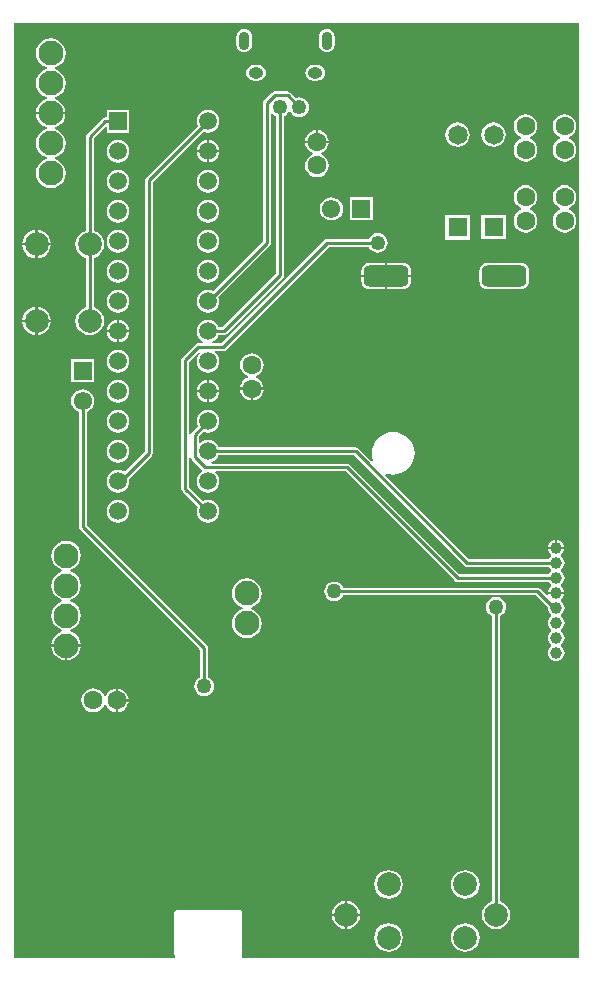
<source format=gbl>
G04*
G04 #@! TF.GenerationSoftware,Altium Limited,Altium Designer,20.2.3 (150)*
G04*
G04 Layer_Physical_Order=2*
G04 Layer_Color=16711680*
%FSLAX25Y25*%
%MOIN*%
G70*
G04*
G04 #@! TF.SameCoordinates,D19B94BB-EBBE-4459-9884-BF99FFBE0BA1*
G04*
G04*
G04 #@! TF.FilePolarity,Positive*
G04*
G01*
G75*
%ADD13C,0.00787*%
%ADD14C,0.01000*%
%ADD29R,0.06496X0.06496*%
%ADD30C,0.06496*%
%ADD31C,0.07874*%
%ADD33C,0.05906*%
%ADD34R,0.05906X0.05906*%
%ADD35C,0.06102*%
%ADD36R,0.06102X0.06102*%
%ADD39O,0.03543X0.06102*%
%ADD40O,0.04921X0.03740*%
%ADD45R,0.06102X0.06102*%
%ADD46C,0.04921*%
%ADD47C,0.05000*%
%ADD48C,0.08268*%
G04:AMPARAMS|DCode=49|XSize=149.61mil|YSize=70.87mil|CornerRadius=17.72mil|HoleSize=0mil|Usage=FLASHONLY|Rotation=180.000|XOffset=0mil|YOffset=0mil|HoleType=Round|Shape=RoundedRectangle|*
%AMROUNDEDRECTD49*
21,1,0.14961,0.03543,0,0,180.0*
21,1,0.11417,0.07087,0,0,180.0*
1,1,0.03543,-0.05709,0.01772*
1,1,0.03543,0.05709,0.01772*
1,1,0.03543,0.05709,-0.01772*
1,1,0.03543,-0.05709,-0.01772*
%
%ADD49ROUNDEDRECTD49*%
%ADD50C,0.03937*%
%ADD51C,0.06299*%
G36*
X532677Y100000D02*
X420463D01*
X420315Y100421D01*
X420300Y100500D01*
X420466Y100748D01*
X420527Y101055D01*
Y115055D01*
X420466Y115362D01*
X420292Y115623D01*
X420032Y115797D01*
X419724Y115858D01*
X398724D01*
X398417Y115797D01*
X398157Y115623D01*
X397983Y115362D01*
X397922Y115055D01*
Y101055D01*
X397983Y100748D01*
X398148Y100500D01*
X398134Y100421D01*
X397986Y100000D01*
X344488D01*
Y411417D01*
X532677D01*
Y100000D01*
D02*
G37*
%LPC*%
G36*
X448740Y409491D02*
X448072Y409403D01*
X447450Y409145D01*
X446915Y408735D01*
X446505Y408200D01*
X446247Y407578D01*
X446159Y406910D01*
Y404350D01*
X446247Y403682D01*
X446505Y403060D01*
X446915Y402525D01*
X447450Y402115D01*
X448072Y401857D01*
X448740Y401769D01*
X449408Y401857D01*
X450031Y402115D01*
X450565Y402525D01*
X450976Y403060D01*
X451233Y403682D01*
X451321Y404350D01*
Y406910D01*
X451233Y407578D01*
X450976Y408200D01*
X450565Y408735D01*
X450031Y409145D01*
X449408Y409403D01*
X448740Y409491D01*
D02*
G37*
G36*
X421181D02*
X420513Y409403D01*
X419890Y409145D01*
X419356Y408735D01*
X418946Y408200D01*
X418688Y407578D01*
X418600Y406910D01*
Y404350D01*
X418688Y403682D01*
X418946Y403060D01*
X419356Y402525D01*
X419890Y402115D01*
X420513Y401857D01*
X421181Y401769D01*
X421849Y401857D01*
X422472Y402115D01*
X423006Y402525D01*
X423416Y403060D01*
X423674Y403682D01*
X423762Y404350D01*
Y406910D01*
X423674Y407578D01*
X423416Y408200D01*
X423006Y408735D01*
X422472Y409145D01*
X421849Y409403D01*
X421181Y409491D01*
D02*
G37*
G36*
X445394Y397680D02*
X444213D01*
X443519Y397589D01*
X442872Y397321D01*
X442317Y396895D01*
X441891Y396340D01*
X441623Y395694D01*
X441532Y395000D01*
X441623Y394306D01*
X441891Y393660D01*
X442317Y393105D01*
X442872Y392679D01*
X443519Y392411D01*
X444213Y392320D01*
X445394D01*
X446087Y392411D01*
X446734Y392679D01*
X447289Y393105D01*
X447715Y393660D01*
X447983Y394306D01*
X448074Y395000D01*
X447983Y395694D01*
X447715Y396340D01*
X447289Y396895D01*
X446734Y397321D01*
X446087Y397589D01*
X445394Y397680D01*
D02*
G37*
G36*
X425709D02*
X424528D01*
X423834Y397589D01*
X423187Y397321D01*
X422632Y396895D01*
X422206Y396340D01*
X421939Y395694D01*
X421847Y395000D01*
X421939Y394306D01*
X422206Y393660D01*
X422632Y393105D01*
X423187Y392679D01*
X423834Y392411D01*
X424528Y392320D01*
X425709D01*
X426402Y392411D01*
X427049Y392679D01*
X427604Y393105D01*
X428030Y393660D01*
X428298Y394306D01*
X428389Y395000D01*
X428298Y395694D01*
X428030Y396340D01*
X427604Y396895D01*
X427049Y397321D01*
X426402Y397589D01*
X425709Y397680D01*
D02*
G37*
G36*
X356693Y406460D02*
X355408Y406291D01*
X354211Y405795D01*
X353183Y405006D01*
X352394Y403978D01*
X351898Y402781D01*
X351729Y401496D01*
X351898Y400211D01*
X352394Y399014D01*
X353183Y397986D01*
X354211Y397197D01*
X355285Y396753D01*
X355285Y396752D01*
Y396240D01*
X355285Y396239D01*
X354211Y395795D01*
X353183Y395006D01*
X352394Y393978D01*
X351898Y392781D01*
X351729Y391496D01*
X351898Y390211D01*
X352394Y389014D01*
X353183Y387986D01*
X354211Y387197D01*
X355285Y386753D01*
X355285Y386752D01*
Y386240D01*
X355285Y386239D01*
X354211Y385795D01*
X353183Y385006D01*
X352394Y383978D01*
X351898Y382781D01*
X351781Y381890D01*
X356693D01*
X361605D01*
X361488Y382781D01*
X360992Y383978D01*
X360203Y385006D01*
X359175Y385795D01*
X358101Y386239D01*
X358101Y386240D01*
Y386752D01*
X358101Y386753D01*
X359175Y387197D01*
X360203Y387986D01*
X360992Y389014D01*
X361488Y390211D01*
X361657Y391496D01*
X361488Y392781D01*
X360992Y393978D01*
X360203Y395006D01*
X359175Y395795D01*
X358101Y396239D01*
X358101Y396240D01*
Y396752D01*
X358101Y396753D01*
X359175Y397197D01*
X360203Y397986D01*
X360992Y399014D01*
X361488Y400211D01*
X361657Y401496D01*
X361488Y402781D01*
X360992Y403978D01*
X360203Y405006D01*
X359175Y405795D01*
X357978Y406291D01*
X356693Y406460D01*
D02*
G37*
G36*
X435630Y388714D02*
X431378D01*
X430876Y388614D01*
X430450Y388330D01*
X427891Y385771D01*
X427606Y385345D01*
X427506Y384842D01*
Y338811D01*
X410812Y322117D01*
X410071Y322423D01*
X409094Y322552D01*
X408118Y322423D01*
X407208Y322046D01*
X406427Y321447D01*
X405828Y320666D01*
X405451Y319756D01*
X405322Y318779D01*
X405451Y317803D01*
X405828Y316893D01*
X406427Y316112D01*
X407208Y315512D01*
X408118Y315136D01*
X409094Y315007D01*
X410071Y315136D01*
X410981Y315512D01*
X411762Y316112D01*
X412361Y316893D01*
X412738Y317803D01*
X412867Y318779D01*
X412738Y319756D01*
X412570Y320163D01*
X429747Y337340D01*
X430032Y337765D01*
X430131Y338268D01*
Y381138D01*
X430631Y381308D01*
X430754Y381148D01*
X431433Y380627D01*
X431758Y380493D01*
Y327985D01*
X413866Y310092D01*
X412599D01*
X412361Y310666D01*
X411762Y311447D01*
X410981Y312047D01*
X410071Y312423D01*
X409094Y312552D01*
X408118Y312423D01*
X407208Y312047D01*
X406427Y311447D01*
X405828Y310666D01*
X405451Y309756D01*
X405322Y308780D01*
X405451Y307803D01*
X405828Y306893D01*
X406427Y306112D01*
X407208Y305512D01*
X407586Y305356D01*
X407487Y304856D01*
X405905D01*
X405403Y304756D01*
X404977Y304471D01*
X400647Y300141D01*
X400362Y299715D01*
X400262Y299213D01*
Y256299D01*
X400362Y255797D01*
X400647Y255371D01*
X405688Y250329D01*
X405451Y249756D01*
X405322Y248780D01*
X405451Y247803D01*
X405828Y246893D01*
X406427Y246112D01*
X407208Y245513D01*
X408118Y245136D01*
X409094Y245007D01*
X410071Y245136D01*
X410981Y245513D01*
X411762Y246112D01*
X412361Y246893D01*
X412738Y247803D01*
X412867Y248780D01*
X412738Y249756D01*
X412361Y250666D01*
X411762Y251447D01*
X410981Y252046D01*
X410071Y252423D01*
X409094Y252552D01*
X408118Y252423D01*
X407545Y252186D01*
X402887Y256843D01*
Y266593D01*
X403387Y266642D01*
X403429Y266433D01*
X403714Y266007D01*
X407155Y262566D01*
X407180Y262319D01*
X407166Y262163D01*
X407101Y261964D01*
X406427Y261447D01*
X405828Y260666D01*
X405451Y259756D01*
X405322Y258780D01*
X405451Y257803D01*
X405828Y256893D01*
X406427Y256112D01*
X407208Y255512D01*
X408118Y255136D01*
X409094Y255007D01*
X410071Y255136D01*
X410981Y255512D01*
X411762Y256112D01*
X412361Y256893D01*
X412738Y257803D01*
X412867Y258780D01*
X412738Y259756D01*
X412361Y260666D01*
X411762Y261447D01*
X411598Y261573D01*
X411767Y262073D01*
X454968D01*
X491395Y225647D01*
X491820Y225362D01*
X492323Y225262D01*
X522758D01*
X522790Y225185D01*
X523231Y224609D01*
X523524Y224384D01*
Y223765D01*
X523231Y223540D01*
X522790Y222965D01*
X522512Y222294D01*
X522469Y221969D01*
X525197D01*
X527925D01*
X527882Y222294D01*
X527604Y222965D01*
X527162Y223540D01*
X526869Y223765D01*
Y224384D01*
X527162Y224609D01*
X527604Y225185D01*
X527882Y225855D01*
X527977Y226575D01*
X527882Y227294D01*
X527604Y227965D01*
X527162Y228540D01*
X526869Y228765D01*
Y229384D01*
X527162Y229609D01*
X527604Y230185D01*
X527882Y230855D01*
X527977Y231575D01*
X527882Y232294D01*
X527604Y232965D01*
X527162Y233540D01*
X526869Y233765D01*
Y234384D01*
X527162Y234609D01*
X527604Y235185D01*
X527882Y235855D01*
X527925Y236181D01*
X525197D01*
X522469D01*
X522512Y235855D01*
X522790Y235185D01*
X523231Y234609D01*
X523524Y234384D01*
Y233765D01*
X523231Y233540D01*
X522790Y232965D01*
X522758Y232887D01*
X496134D01*
X468120Y260902D01*
X468134Y261011D01*
X468682Y261367D01*
X469477Y261126D01*
X470866Y260989D01*
X472255Y261126D01*
X473591Y261531D01*
X474822Y262189D01*
X475901Y263075D01*
X476787Y264154D01*
X477445Y265385D01*
X477850Y266721D01*
X477987Y268110D01*
X477850Y269499D01*
X477445Y270835D01*
X476787Y272066D01*
X475901Y273146D01*
X474822Y274031D01*
X473591Y274689D01*
X472255Y275094D01*
X470866Y275231D01*
X469477Y275094D01*
X468141Y274689D01*
X466910Y274031D01*
X465831Y273146D01*
X464945Y272066D01*
X464287Y270835D01*
X463882Y269499D01*
X463745Y268110D01*
X463882Y266721D01*
X464123Y265926D01*
X463767Y265378D01*
X463658Y265364D01*
X459314Y269708D01*
X458888Y269992D01*
X458386Y270092D01*
X412599D01*
X412361Y270666D01*
X411762Y271447D01*
X410981Y272046D01*
X410071Y272423D01*
X409094Y272552D01*
X408118Y272423D01*
X407208Y272046D01*
X406454Y271468D01*
X406277Y271498D01*
X405954Y271607D01*
Y273783D01*
X407545Y275373D01*
X408118Y275136D01*
X409094Y275007D01*
X410071Y275136D01*
X410981Y275513D01*
X411762Y276112D01*
X412361Y276893D01*
X412738Y277803D01*
X412867Y278780D01*
X412738Y279756D01*
X412361Y280666D01*
X411762Y281447D01*
X410981Y282047D01*
X410071Y282423D01*
X409094Y282552D01*
X408118Y282423D01*
X407208Y282047D01*
X406427Y281447D01*
X405828Y280666D01*
X405451Y279756D01*
X405322Y278780D01*
X405451Y277803D01*
X405688Y277230D01*
X403714Y275255D01*
X403429Y274829D01*
X403387Y274620D01*
X402887Y274669D01*
Y298669D01*
X406188Y301969D01*
X406263Y301952D01*
X406377Y301601D01*
X406396Y301407D01*
X405828Y300666D01*
X405451Y299756D01*
X405322Y298780D01*
X405451Y297803D01*
X405828Y296893D01*
X406427Y296112D01*
X407208Y295513D01*
X408118Y295136D01*
X409094Y295007D01*
X410071Y295136D01*
X410981Y295513D01*
X411762Y296112D01*
X412361Y296893D01*
X412738Y297803D01*
X412867Y298780D01*
X412738Y299756D01*
X412361Y300666D01*
X411762Y301447D01*
X411392Y301731D01*
X411562Y302231D01*
X414173D01*
X414676Y302331D01*
X415101Y302615D01*
X449402Y336916D01*
X462776D01*
X462911Y336590D01*
X463432Y335912D01*
X464110Y335391D01*
X464900Y335064D01*
X465748Y334952D01*
X466596Y335064D01*
X467386Y335391D01*
X468064Y335912D01*
X468585Y336590D01*
X468913Y337380D01*
X469024Y338228D01*
X468913Y339076D01*
X468585Y339866D01*
X468064Y340545D01*
X467386Y341066D01*
X466596Y341393D01*
X465748Y341504D01*
X464900Y341393D01*
X464110Y341066D01*
X463432Y340545D01*
X462911Y339866D01*
X462776Y339541D01*
X448858D01*
X448356Y339441D01*
X447930Y339157D01*
X413629Y304856D01*
X410702D01*
X410603Y305356D01*
X410981Y305512D01*
X411762Y306112D01*
X412361Y306893D01*
X412599Y307467D01*
X414409D01*
X414912Y307567D01*
X415338Y307851D01*
X433999Y326513D01*
X434284Y326939D01*
X434383Y327441D01*
Y380493D01*
X434709Y380627D01*
X435387Y381148D01*
X435908Y381826D01*
X436048Y382165D01*
X436589D01*
X436730Y381826D01*
X437250Y381148D01*
X437929Y380627D01*
X438719Y380300D01*
X439567Y380188D01*
X440415Y380300D01*
X441205Y380627D01*
X441883Y381148D01*
X442404Y381826D01*
X442731Y382617D01*
X442843Y383465D01*
X442731Y384313D01*
X442404Y385103D01*
X441883Y385781D01*
X441205Y386302D01*
X440415Y386629D01*
X439567Y386741D01*
X438719Y386629D01*
X438394Y386494D01*
X436558Y388330D01*
X436132Y388614D01*
X435630Y388714D01*
D02*
G37*
G36*
X382835Y382520D02*
X375354D01*
Y380053D01*
X374803D01*
X374301Y379953D01*
X373875Y379668D01*
X368757Y374550D01*
X368472Y374124D01*
X368372Y373622D01*
Y342365D01*
X367302Y341922D01*
X366316Y341165D01*
X365558Y340178D01*
X365082Y339029D01*
X364920Y337795D01*
X365082Y336562D01*
X365558Y335413D01*
X366316Y334426D01*
X367302Y333668D01*
X368372Y333225D01*
Y316775D01*
X367302Y316332D01*
X366316Y315574D01*
X365558Y314587D01*
X365082Y313438D01*
X364920Y312205D01*
X365082Y310971D01*
X365558Y309822D01*
X366316Y308835D01*
X367302Y308078D01*
X368452Y307602D01*
X369685Y307439D01*
X370918Y307602D01*
X372068Y308078D01*
X373055Y308835D01*
X373812Y309822D01*
X374288Y310971D01*
X374450Y312205D01*
X374288Y313438D01*
X373812Y314587D01*
X373055Y315574D01*
X372068Y316332D01*
X370998Y316775D01*
Y333225D01*
X372068Y333668D01*
X373055Y334426D01*
X373812Y335413D01*
X374288Y336562D01*
X374450Y337795D01*
X374288Y339029D01*
X373812Y340178D01*
X373055Y341165D01*
X372068Y341922D01*
X370998Y342365D01*
Y373078D01*
X374854Y376935D01*
X375354Y376728D01*
Y375039D01*
X382835D01*
Y382520D01*
D02*
G37*
G36*
X409094Y382552D02*
X408118Y382423D01*
X407208Y382047D01*
X406427Y381447D01*
X405828Y380666D01*
X405451Y379756D01*
X405322Y378780D01*
X405451Y377803D01*
X405688Y377230D01*
X388442Y359983D01*
X388157Y359557D01*
X388057Y359055D01*
Y268654D01*
X381246Y261843D01*
X380981Y262047D01*
X380071Y262423D01*
X379095Y262552D01*
X378118Y262423D01*
X377208Y262047D01*
X376427Y261447D01*
X375828Y260666D01*
X375451Y259756D01*
X375322Y258780D01*
X375451Y257803D01*
X375828Y256893D01*
X376427Y256112D01*
X377208Y255512D01*
X378118Y255136D01*
X379095Y255007D01*
X380071Y255136D01*
X380981Y255512D01*
X381762Y256112D01*
X382362Y256893D01*
X382738Y257803D01*
X382867Y258780D01*
X382754Y259638D01*
X390298Y267182D01*
X390583Y267608D01*
X390683Y268110D01*
Y358511D01*
X407545Y375373D01*
X408118Y375136D01*
X409094Y375007D01*
X410071Y375136D01*
X410981Y375513D01*
X411762Y376112D01*
X412361Y376893D01*
X412738Y377803D01*
X412867Y378780D01*
X412738Y379756D01*
X412361Y380666D01*
X411762Y381447D01*
X410981Y382047D01*
X410071Y382423D01*
X409094Y382552D01*
D02*
G37*
G36*
X445827Y375848D02*
Y372323D01*
X449352D01*
X449269Y372957D01*
X448872Y373915D01*
X448241Y374737D01*
X447418Y375368D01*
X446461Y375765D01*
X445827Y375848D01*
D02*
G37*
G36*
X445039D02*
X444405Y375765D01*
X443448Y375368D01*
X442625Y374737D01*
X441994Y373915D01*
X441597Y372957D01*
X441514Y372323D01*
X445039D01*
Y375848D01*
D02*
G37*
G36*
X504291Y378421D02*
X503238Y378282D01*
X502256Y377875D01*
X501413Y377228D01*
X500766Y376385D01*
X500360Y375404D01*
X500221Y374350D01*
X500360Y373297D01*
X500766Y372315D01*
X501413Y371472D01*
X502256Y370826D01*
X503238Y370419D01*
X504291Y370280D01*
X505345Y370419D01*
X506326Y370826D01*
X507169Y371472D01*
X507816Y372315D01*
X508223Y373297D01*
X508362Y374350D01*
X508223Y375404D01*
X507816Y376385D01*
X507169Y377228D01*
X506326Y377875D01*
X505345Y378282D01*
X504291Y378421D01*
D02*
G37*
G36*
X492283Y378381D02*
X491230Y378243D01*
X490248Y377836D01*
X489405Y377189D01*
X488759Y376346D01*
X488352Y375364D01*
X488213Y374311D01*
X488352Y373258D01*
X488759Y372276D01*
X489405Y371433D01*
X490248Y370786D01*
X491230Y370379D01*
X492283Y370241D01*
X493337Y370379D01*
X494319Y370786D01*
X495162Y371433D01*
X495808Y372276D01*
X496215Y373258D01*
X496354Y374311D01*
X496215Y375364D01*
X495808Y376346D01*
X495162Y377189D01*
X494319Y377836D01*
X493337Y378243D01*
X492283Y378381D01*
D02*
G37*
G36*
X409488Y372500D02*
Y369173D01*
X412815D01*
X412738Y369756D01*
X412361Y370666D01*
X411762Y371447D01*
X410981Y372046D01*
X410071Y372423D01*
X409488Y372500D01*
D02*
G37*
G36*
X408701D02*
X408118Y372423D01*
X407208Y372046D01*
X406427Y371447D01*
X405828Y370666D01*
X405451Y369756D01*
X405374Y369173D01*
X408701D01*
Y372500D01*
D02*
G37*
G36*
X527953Y381136D02*
X526925Y381001D01*
X525967Y380604D01*
X525145Y379973D01*
X524514Y379151D01*
X524117Y378193D01*
X523982Y377165D01*
X524117Y376138D01*
X524514Y375180D01*
X525145Y374358D01*
X525967Y373726D01*
X526516Y373499D01*
Y372958D01*
X525967Y372730D01*
X525145Y372099D01*
X524514Y371277D01*
X524117Y370319D01*
X523982Y369291D01*
X524117Y368264D01*
X524514Y367306D01*
X525145Y366483D01*
X525967Y365852D01*
X526925Y365456D01*
X527953Y365320D01*
X528980Y365456D01*
X529938Y365852D01*
X530761Y366483D01*
X531392Y367306D01*
X531788Y368264D01*
X531924Y369291D01*
X531788Y370319D01*
X531392Y371277D01*
X530761Y372099D01*
X529938Y372730D01*
X529389Y372958D01*
Y373499D01*
X529938Y373726D01*
X530761Y374358D01*
X531392Y375180D01*
X531788Y376138D01*
X531924Y377165D01*
X531788Y378193D01*
X531392Y379151D01*
X530761Y379973D01*
X529938Y380604D01*
X528980Y381001D01*
X527953Y381136D01*
D02*
G37*
G36*
X514961D02*
X513933Y381001D01*
X512975Y380604D01*
X512153Y379973D01*
X511522Y379151D01*
X511125Y378193D01*
X510990Y377165D01*
X511125Y376138D01*
X511522Y375180D01*
X512153Y374358D01*
X512975Y373726D01*
X513524Y373499D01*
Y372958D01*
X512975Y372730D01*
X512153Y372099D01*
X511522Y371277D01*
X511125Y370319D01*
X510990Y369291D01*
X511125Y368264D01*
X511522Y367306D01*
X512153Y366483D01*
X512975Y365852D01*
X513933Y365456D01*
X514961Y365320D01*
X515988Y365456D01*
X516946Y365852D01*
X517768Y366483D01*
X518400Y367306D01*
X518796Y368264D01*
X518932Y369291D01*
X518796Y370319D01*
X518400Y371277D01*
X517768Y372099D01*
X516946Y372730D01*
X516397Y372958D01*
Y373499D01*
X516946Y373726D01*
X517768Y374358D01*
X518400Y375180D01*
X518796Y376138D01*
X518932Y377165D01*
X518796Y378193D01*
X518400Y379151D01*
X517768Y379973D01*
X516946Y380604D01*
X515988Y381001D01*
X514961Y381136D01*
D02*
G37*
G36*
X412815Y368386D02*
X409488D01*
Y365059D01*
X410071Y365136D01*
X410981Y365512D01*
X411762Y366112D01*
X412361Y366893D01*
X412738Y367803D01*
X412815Y368386D01*
D02*
G37*
G36*
X408701D02*
X405374D01*
X405451Y367803D01*
X405828Y366893D01*
X406427Y366112D01*
X407208Y365512D01*
X408118Y365136D01*
X408701Y365059D01*
Y368386D01*
D02*
G37*
G36*
X379095Y372552D02*
X378118Y372423D01*
X377208Y372046D01*
X376427Y371447D01*
X375828Y370666D01*
X375451Y369756D01*
X375322Y368779D01*
X375451Y367803D01*
X375828Y366893D01*
X376427Y366112D01*
X377208Y365512D01*
X378118Y365136D01*
X379095Y365007D01*
X380071Y365136D01*
X380981Y365512D01*
X381762Y366112D01*
X382362Y366893D01*
X382738Y367803D01*
X382867Y368779D01*
X382738Y369756D01*
X382362Y370666D01*
X381762Y371447D01*
X380981Y372046D01*
X380071Y372423D01*
X379095Y372552D01*
D02*
G37*
G36*
X449352Y371535D02*
X445433D01*
X441514D01*
X441597Y370901D01*
X441994Y369944D01*
X442625Y369121D01*
X443448Y368490D01*
X443997Y368263D01*
Y367722D01*
X443448Y367494D01*
X442625Y366863D01*
X441994Y366041D01*
X441597Y365083D01*
X441462Y364055D01*
X441597Y363027D01*
X441994Y362070D01*
X442625Y361247D01*
X443448Y360616D01*
X444405Y360220D01*
X445433Y360084D01*
X446461Y360220D01*
X447418Y360616D01*
X448241Y361247D01*
X448872Y362070D01*
X449269Y363027D01*
X449404Y364055D01*
X449269Y365083D01*
X448872Y366041D01*
X448241Y366863D01*
X447418Y367494D01*
X446869Y367722D01*
Y368263D01*
X447418Y368490D01*
X448241Y369121D01*
X448872Y369944D01*
X449269Y370901D01*
X449352Y371535D01*
D02*
G37*
G36*
X361605Y381102D02*
X356693D01*
X351781D01*
X351898Y380211D01*
X352394Y379014D01*
X353183Y377986D01*
X354211Y377197D01*
X355285Y376753D01*
X355285Y376752D01*
Y376240D01*
X355285Y376239D01*
X354211Y375795D01*
X353183Y375006D01*
X352394Y373978D01*
X351898Y372781D01*
X351729Y371496D01*
X351898Y370211D01*
X352394Y369014D01*
X353183Y367986D01*
X354211Y367197D01*
X355285Y366753D01*
X355285Y366752D01*
Y366240D01*
X355285Y366239D01*
X354211Y365795D01*
X353183Y365006D01*
X352394Y363978D01*
X351898Y362781D01*
X351729Y361496D01*
X351898Y360211D01*
X352394Y359014D01*
X353183Y357986D01*
X354211Y357197D01*
X355408Y356701D01*
X356693Y356532D01*
X357978Y356701D01*
X359175Y357197D01*
X360203Y357986D01*
X360992Y359014D01*
X361488Y360211D01*
X361657Y361496D01*
X361488Y362781D01*
X360992Y363978D01*
X360203Y365006D01*
X359175Y365795D01*
X358101Y366239D01*
X358101Y366240D01*
Y366752D01*
X358101Y366753D01*
X359175Y367197D01*
X360203Y367986D01*
X360992Y369014D01*
X361488Y370211D01*
X361657Y371496D01*
X361488Y372781D01*
X360992Y373978D01*
X360203Y375006D01*
X359175Y375795D01*
X358101Y376239D01*
X358101Y376240D01*
Y376752D01*
X358101Y376753D01*
X359175Y377197D01*
X360203Y377986D01*
X360992Y379014D01*
X361488Y380211D01*
X361605Y381102D01*
D02*
G37*
G36*
X409094Y362552D02*
X408118Y362423D01*
X407208Y362047D01*
X406427Y361447D01*
X405828Y360666D01*
X405451Y359756D01*
X405322Y358780D01*
X405451Y357803D01*
X405828Y356893D01*
X406427Y356112D01*
X407208Y355512D01*
X408118Y355136D01*
X409094Y355007D01*
X410071Y355136D01*
X410981Y355512D01*
X411762Y356112D01*
X412361Y356893D01*
X412738Y357803D01*
X412867Y358780D01*
X412738Y359756D01*
X412361Y360666D01*
X411762Y361447D01*
X410981Y362047D01*
X410071Y362423D01*
X409094Y362552D01*
D02*
G37*
G36*
X379095D02*
X378118Y362423D01*
X377208Y362047D01*
X376427Y361447D01*
X375828Y360666D01*
X375451Y359756D01*
X375322Y358780D01*
X375451Y357803D01*
X375828Y356893D01*
X376427Y356112D01*
X377208Y355512D01*
X378118Y355136D01*
X379095Y355007D01*
X380071Y355136D01*
X380981Y355512D01*
X381762Y356112D01*
X382362Y356893D01*
X382738Y357803D01*
X382867Y358780D01*
X382738Y359756D01*
X382362Y360666D01*
X381762Y361447D01*
X380981Y362047D01*
X380071Y362423D01*
X379095Y362552D01*
D02*
G37*
G36*
X464114Y353445D02*
X456437D01*
Y345768D01*
X464114D01*
Y353445D01*
D02*
G37*
G36*
X450276Y353478D02*
X449273Y353346D01*
X448340Y352959D01*
X447538Y352344D01*
X446923Y351542D01*
X446536Y350608D01*
X446404Y349606D01*
X446536Y348604D01*
X446923Y347670D01*
X447538Y346869D01*
X448340Y346253D01*
X449273Y345866D01*
X450276Y345735D01*
X451278Y345866D01*
X452211Y346253D01*
X453013Y346869D01*
X453629Y347670D01*
X454015Y348604D01*
X454147Y349606D01*
X454015Y350608D01*
X453629Y351542D01*
X453013Y352344D01*
X452211Y352959D01*
X451278Y353346D01*
X450276Y353478D01*
D02*
G37*
G36*
X409094Y352552D02*
X408118Y352423D01*
X407208Y352046D01*
X406427Y351447D01*
X405828Y350666D01*
X405451Y349756D01*
X405322Y348780D01*
X405451Y347803D01*
X405828Y346893D01*
X406427Y346112D01*
X407208Y345513D01*
X408118Y345136D01*
X409094Y345007D01*
X410071Y345136D01*
X410981Y345513D01*
X411762Y346112D01*
X412361Y346893D01*
X412738Y347803D01*
X412867Y348780D01*
X412738Y349756D01*
X412361Y350666D01*
X411762Y351447D01*
X410981Y352046D01*
X410071Y352423D01*
X409094Y352552D01*
D02*
G37*
G36*
X379095D02*
X378118Y352423D01*
X377208Y352046D01*
X376427Y351447D01*
X375828Y350666D01*
X375451Y349756D01*
X375322Y348780D01*
X375451Y347803D01*
X375828Y346893D01*
X376427Y346112D01*
X377208Y345513D01*
X378118Y345136D01*
X379095Y345007D01*
X380071Y345136D01*
X380981Y345513D01*
X381762Y346112D01*
X382362Y346893D01*
X382738Y347803D01*
X382867Y348780D01*
X382738Y349756D01*
X382362Y350666D01*
X381762Y351447D01*
X380981Y352046D01*
X380071Y352423D01*
X379095Y352552D01*
D02*
G37*
G36*
X527953Y357514D02*
X526925Y357379D01*
X525967Y356982D01*
X525145Y356351D01*
X524514Y355529D01*
X524117Y354571D01*
X523982Y353543D01*
X524117Y352516D01*
X524514Y351558D01*
X525145Y350735D01*
X525967Y350104D01*
X526516Y349877D01*
Y349336D01*
X525967Y349108D01*
X525145Y348477D01*
X524514Y347655D01*
X524117Y346697D01*
X523982Y345669D01*
X524117Y344641D01*
X524514Y343684D01*
X525145Y342861D01*
X525967Y342230D01*
X526925Y341834D01*
X527953Y341698D01*
X528980Y341834D01*
X529938Y342230D01*
X530761Y342861D01*
X531392Y343684D01*
X531788Y344641D01*
X531924Y345669D01*
X531788Y346697D01*
X531392Y347655D01*
X530761Y348477D01*
X529938Y349108D01*
X529389Y349336D01*
Y349877D01*
X529938Y350104D01*
X530761Y350735D01*
X531392Y351558D01*
X531788Y352516D01*
X531924Y353543D01*
X531788Y354571D01*
X531392Y355529D01*
X530761Y356351D01*
X529938Y356982D01*
X528980Y357379D01*
X527953Y357514D01*
D02*
G37*
G36*
X514961D02*
X513933Y357379D01*
X512975Y356982D01*
X512153Y356351D01*
X511522Y355529D01*
X511125Y354571D01*
X510990Y353543D01*
X511125Y352516D01*
X511522Y351558D01*
X512153Y350735D01*
X512975Y350104D01*
X513524Y349877D01*
Y349336D01*
X512975Y349108D01*
X512153Y348477D01*
X511522Y347655D01*
X511125Y346697D01*
X510990Y345669D01*
X511125Y344641D01*
X511522Y343684D01*
X512153Y342861D01*
X512975Y342230D01*
X513933Y341834D01*
X514961Y341698D01*
X515988Y341834D01*
X516946Y342230D01*
X517768Y342861D01*
X518400Y343684D01*
X518796Y344641D01*
X518932Y345669D01*
X518796Y346697D01*
X518400Y347655D01*
X517768Y348477D01*
X516946Y349108D01*
X516397Y349336D01*
Y349877D01*
X516946Y350104D01*
X517768Y350735D01*
X518400Y351558D01*
X518796Y352516D01*
X518932Y353543D01*
X518796Y354571D01*
X518400Y355529D01*
X517768Y356351D01*
X516946Y356982D01*
X515988Y357379D01*
X514961Y357514D01*
D02*
G37*
G36*
X508327Y347480D02*
X500256D01*
Y339409D01*
X508327D01*
Y347480D01*
D02*
G37*
G36*
X496319Y347441D02*
X488248D01*
Y339370D01*
X496319D01*
Y347441D01*
D02*
G37*
G36*
X352362Y342509D02*
Y338189D01*
X356682D01*
X356571Y339029D01*
X356095Y340178D01*
X355338Y341165D01*
X354351Y341922D01*
X353202Y342398D01*
X352362Y342509D01*
D02*
G37*
G36*
X351575D02*
X350735Y342398D01*
X349586Y341922D01*
X348599Y341165D01*
X347842Y340178D01*
X347366Y339029D01*
X347255Y338189D01*
X351575D01*
Y342509D01*
D02*
G37*
G36*
X409094Y342552D02*
X408118Y342423D01*
X407208Y342046D01*
X406427Y341447D01*
X405828Y340666D01*
X405451Y339756D01*
X405322Y338779D01*
X405451Y337803D01*
X405828Y336893D01*
X406427Y336112D01*
X407208Y335512D01*
X408118Y335136D01*
X409094Y335007D01*
X410071Y335136D01*
X410981Y335512D01*
X411762Y336112D01*
X412361Y336893D01*
X412738Y337803D01*
X412867Y338779D01*
X412738Y339756D01*
X412361Y340666D01*
X411762Y341447D01*
X410981Y342046D01*
X410071Y342423D01*
X409094Y342552D01*
D02*
G37*
G36*
X379095D02*
X378118Y342423D01*
X377208Y342046D01*
X376427Y341447D01*
X375828Y340666D01*
X375451Y339756D01*
X375322Y338779D01*
X375451Y337803D01*
X375828Y336893D01*
X376427Y336112D01*
X377208Y335512D01*
X378118Y335136D01*
X379095Y335007D01*
X380071Y335136D01*
X380981Y335512D01*
X381762Y336112D01*
X382362Y336893D01*
X382738Y337803D01*
X382867Y338779D01*
X382738Y339756D01*
X382362Y340666D01*
X381762Y341447D01*
X380981Y342046D01*
X380071Y342423D01*
X379095Y342552D01*
D02*
G37*
G36*
X351575Y337402D02*
X347255D01*
X347366Y336562D01*
X347842Y335413D01*
X348599Y334426D01*
X349586Y333668D01*
X350735Y333192D01*
X351575Y333082D01*
Y337402D01*
D02*
G37*
G36*
X356682D02*
X352362D01*
Y333082D01*
X353202Y333192D01*
X354351Y333668D01*
X355338Y334426D01*
X356095Y335413D01*
X356571Y336562D01*
X356682Y337402D01*
D02*
G37*
G36*
X474213Y331518D02*
X468898D01*
Y327559D01*
X476794D01*
Y328937D01*
X476706Y329605D01*
X476448Y330228D01*
X476038Y330762D01*
X475503Y331172D01*
X474881Y331430D01*
X474213Y331518D01*
D02*
G37*
G36*
X468110D02*
X462795D01*
X462127Y331430D01*
X461505Y331172D01*
X460970Y330762D01*
X460560Y330228D01*
X460302Y329605D01*
X460214Y328937D01*
Y327559D01*
X468110D01*
Y331518D01*
D02*
G37*
G36*
X409094Y332552D02*
X408118Y332423D01*
X407208Y332047D01*
X406427Y331447D01*
X405828Y330666D01*
X405451Y329756D01*
X405322Y328780D01*
X405451Y327803D01*
X405828Y326893D01*
X406427Y326112D01*
X407208Y325513D01*
X408118Y325136D01*
X409094Y325007D01*
X410071Y325136D01*
X410981Y325513D01*
X411762Y326112D01*
X412361Y326893D01*
X412738Y327803D01*
X412867Y328780D01*
X412738Y329756D01*
X412361Y330666D01*
X411762Y331447D01*
X410981Y332047D01*
X410071Y332423D01*
X409094Y332552D01*
D02*
G37*
G36*
X379095D02*
X378118Y332423D01*
X377208Y332047D01*
X376427Y331447D01*
X375828Y330666D01*
X375451Y329756D01*
X375322Y328780D01*
X375451Y327803D01*
X375828Y326893D01*
X376427Y326112D01*
X377208Y325513D01*
X378118Y325136D01*
X379095Y325007D01*
X380071Y325136D01*
X380981Y325513D01*
X381762Y326112D01*
X382362Y326893D01*
X382738Y327803D01*
X382867Y328780D01*
X382738Y329756D01*
X382362Y330666D01*
X381762Y331447D01*
X380981Y332047D01*
X380071Y332423D01*
X379095Y332552D01*
D02*
G37*
G36*
X513583Y331518D02*
X502165D01*
X501497Y331430D01*
X500875Y331172D01*
X500340Y330762D01*
X499930Y330228D01*
X499672Y329605D01*
X499584Y328937D01*
Y325394D01*
X499672Y324726D01*
X499930Y324103D01*
X500340Y323569D01*
X500875Y323158D01*
X501497Y322901D01*
X502165Y322813D01*
X513583D01*
X514251Y322901D01*
X514873Y323158D01*
X515408Y323569D01*
X515818Y324103D01*
X516076Y324726D01*
X516164Y325394D01*
Y328937D01*
X516076Y329605D01*
X515818Y330228D01*
X515408Y330762D01*
X514873Y331172D01*
X514251Y331430D01*
X513583Y331518D01*
D02*
G37*
G36*
X476794Y326772D02*
X468898D01*
Y322813D01*
X474213D01*
X474881Y322901D01*
X475503Y323158D01*
X476038Y323569D01*
X476448Y324103D01*
X476706Y324726D01*
X476794Y325394D01*
Y326772D01*
D02*
G37*
G36*
X468110D02*
X460214D01*
Y325394D01*
X460302Y324726D01*
X460560Y324103D01*
X460970Y323569D01*
X461505Y323158D01*
X462127Y322901D01*
X462795Y322813D01*
X468110D01*
Y326772D01*
D02*
G37*
G36*
X379095Y322552D02*
X378118Y322423D01*
X377208Y322046D01*
X376427Y321447D01*
X375828Y320666D01*
X375451Y319756D01*
X375322Y318779D01*
X375451Y317803D01*
X375828Y316893D01*
X376427Y316112D01*
X377208Y315512D01*
X378118Y315136D01*
X379095Y315007D01*
X380071Y315136D01*
X380981Y315512D01*
X381762Y316112D01*
X382362Y316893D01*
X382738Y317803D01*
X382867Y318779D01*
X382738Y319756D01*
X382362Y320666D01*
X381762Y321447D01*
X380981Y322046D01*
X380071Y322423D01*
X379095Y322552D01*
D02*
G37*
G36*
X352362Y316918D02*
Y312598D01*
X356682D01*
X356571Y313438D01*
X356095Y314587D01*
X355338Y315574D01*
X354351Y316332D01*
X353202Y316808D01*
X352362Y316918D01*
D02*
G37*
G36*
X351575D02*
X350735Y316808D01*
X349586Y316332D01*
X348599Y315574D01*
X347842Y314587D01*
X347366Y313438D01*
X347255Y312598D01*
X351575D01*
Y316918D01*
D02*
G37*
G36*
X379488Y312500D02*
Y309173D01*
X382815D01*
X382738Y309756D01*
X382362Y310666D01*
X381762Y311447D01*
X380981Y312047D01*
X380071Y312423D01*
X379488Y312500D01*
D02*
G37*
G36*
X378701D02*
X378118Y312423D01*
X377208Y312047D01*
X376427Y311447D01*
X375828Y310666D01*
X375451Y309756D01*
X375374Y309173D01*
X378701D01*
Y312500D01*
D02*
G37*
G36*
X351575Y311811D02*
X347255D01*
X347366Y310971D01*
X347842Y309822D01*
X348599Y308835D01*
X349586Y308078D01*
X350735Y307602D01*
X351575Y307491D01*
Y311811D01*
D02*
G37*
G36*
X356682D02*
X352362D01*
Y307491D01*
X353202Y307602D01*
X354351Y308078D01*
X355338Y308835D01*
X356095Y309822D01*
X356571Y310971D01*
X356682Y311811D01*
D02*
G37*
G36*
X382815Y308386D02*
X379488D01*
Y305059D01*
X380071Y305136D01*
X380981Y305512D01*
X381762Y306112D01*
X382362Y306893D01*
X382738Y307803D01*
X382815Y308386D01*
D02*
G37*
G36*
X378701D02*
X375374D01*
X375451Y307803D01*
X375828Y306893D01*
X376427Y306112D01*
X377208Y305512D01*
X378118Y305136D01*
X378701Y305059D01*
Y308386D01*
D02*
G37*
G36*
X379095Y302552D02*
X378118Y302423D01*
X377208Y302046D01*
X376427Y301447D01*
X375828Y300666D01*
X375451Y299756D01*
X375322Y298780D01*
X375451Y297803D01*
X375828Y296893D01*
X376427Y296112D01*
X377208Y295513D01*
X378118Y295136D01*
X379095Y295007D01*
X380071Y295136D01*
X380981Y295513D01*
X381762Y296112D01*
X382362Y296893D01*
X382738Y297803D01*
X382867Y298780D01*
X382738Y299756D01*
X382362Y300666D01*
X381762Y301447D01*
X380981Y302046D01*
X380071Y302423D01*
X379095Y302552D01*
D02*
G37*
G36*
X371161Y299390D02*
X363484D01*
Y291713D01*
X371161D01*
Y299390D01*
D02*
G37*
G36*
X423730Y301501D02*
X422703Y301365D01*
X421745Y300969D01*
X420922Y300337D01*
X420291Y299515D01*
X419895Y298557D01*
X419759Y297530D01*
X419895Y296502D01*
X420291Y295544D01*
X420922Y294722D01*
X421745Y294091D01*
X422294Y293863D01*
Y293322D01*
X421745Y293094D01*
X420922Y292463D01*
X420291Y291641D01*
X419895Y290683D01*
X419811Y290049D01*
X423730D01*
X427649D01*
X427566Y290683D01*
X427169Y291641D01*
X426538Y292463D01*
X425716Y293094D01*
X425167Y293322D01*
Y293863D01*
X425716Y294091D01*
X426538Y294722D01*
X427169Y295544D01*
X427566Y296502D01*
X427701Y297530D01*
X427566Y298557D01*
X427169Y299515D01*
X426538Y300337D01*
X425716Y300969D01*
X424758Y301365D01*
X423730Y301501D01*
D02*
G37*
G36*
X409488Y292500D02*
Y289173D01*
X412815D01*
X412738Y289756D01*
X412361Y290666D01*
X411762Y291447D01*
X410981Y292046D01*
X410071Y292423D01*
X409488Y292500D01*
D02*
G37*
G36*
X408701D02*
X408118Y292423D01*
X407208Y292046D01*
X406427Y291447D01*
X405828Y290666D01*
X405451Y289756D01*
X405374Y289173D01*
X408701D01*
Y292500D01*
D02*
G37*
G36*
X423337Y289262D02*
X419811D01*
X419895Y288628D01*
X420291Y287670D01*
X420922Y286848D01*
X421745Y286217D01*
X422703Y285820D01*
X423337Y285736D01*
Y289262D01*
D02*
G37*
G36*
X427649D02*
X424124D01*
Y285736D01*
X424758Y285820D01*
X425716Y286217D01*
X426538Y286848D01*
X427169Y287670D01*
X427566Y288628D01*
X427649Y289262D01*
D02*
G37*
G36*
X412815Y288386D02*
X409488D01*
Y285059D01*
X410071Y285136D01*
X410981Y285512D01*
X411762Y286112D01*
X412361Y286893D01*
X412738Y287803D01*
X412815Y288386D01*
D02*
G37*
G36*
X408701D02*
X405374D01*
X405451Y287803D01*
X405828Y286893D01*
X406427Y286112D01*
X407208Y285512D01*
X408118Y285136D01*
X408701Y285059D01*
Y288386D01*
D02*
G37*
G36*
X379095Y292552D02*
X378118Y292423D01*
X377208Y292046D01*
X376427Y291447D01*
X375828Y290666D01*
X375451Y289756D01*
X375322Y288779D01*
X375451Y287803D01*
X375828Y286893D01*
X376427Y286112D01*
X377208Y285512D01*
X378118Y285136D01*
X379095Y285007D01*
X380071Y285136D01*
X380981Y285512D01*
X381762Y286112D01*
X382362Y286893D01*
X382738Y287803D01*
X382867Y288779D01*
X382738Y289756D01*
X382362Y290666D01*
X381762Y291447D01*
X380981Y292046D01*
X380071Y292423D01*
X379095Y292552D01*
D02*
G37*
G36*
Y282552D02*
X378118Y282423D01*
X377208Y282047D01*
X376427Y281447D01*
X375828Y280666D01*
X375451Y279756D01*
X375322Y278780D01*
X375451Y277803D01*
X375828Y276893D01*
X376427Y276112D01*
X377208Y275513D01*
X378118Y275136D01*
X379095Y275007D01*
X380071Y275136D01*
X380981Y275513D01*
X381762Y276112D01*
X382362Y276893D01*
X382738Y277803D01*
X382867Y278780D01*
X382738Y279756D01*
X382362Y280666D01*
X381762Y281447D01*
X380981Y282047D01*
X380071Y282423D01*
X379095Y282552D01*
D02*
G37*
G36*
Y272552D02*
X378118Y272423D01*
X377208Y272046D01*
X376427Y271447D01*
X375828Y270666D01*
X375451Y269756D01*
X375322Y268779D01*
X375451Y267803D01*
X375828Y266893D01*
X376427Y266112D01*
X377208Y265512D01*
X378118Y265136D01*
X379095Y265007D01*
X380071Y265136D01*
X380981Y265512D01*
X381762Y266112D01*
X382362Y266893D01*
X382738Y267803D01*
X382867Y268779D01*
X382738Y269756D01*
X382362Y270666D01*
X381762Y271447D01*
X380981Y272046D01*
X380071Y272423D01*
X379095Y272552D01*
D02*
G37*
G36*
Y252552D02*
X378118Y252423D01*
X377208Y252046D01*
X376427Y251447D01*
X375828Y250666D01*
X375451Y249756D01*
X375322Y248780D01*
X375451Y247803D01*
X375828Y246893D01*
X376427Y246112D01*
X377208Y245513D01*
X378118Y245136D01*
X379095Y245007D01*
X380071Y245136D01*
X380981Y245513D01*
X381762Y246112D01*
X382362Y246893D01*
X382738Y247803D01*
X382867Y248780D01*
X382738Y249756D01*
X382362Y250666D01*
X381762Y251447D01*
X380981Y252046D01*
X380071Y252423D01*
X379095Y252552D01*
D02*
G37*
G36*
X525591Y239303D02*
Y236968D01*
X527925D01*
X527882Y237294D01*
X527604Y237965D01*
X527162Y238540D01*
X526587Y238982D01*
X525916Y239260D01*
X525591Y239303D01*
D02*
G37*
G36*
X524803Y239303D02*
X524477Y239260D01*
X523807Y238982D01*
X523231Y238540D01*
X522790Y237965D01*
X522512Y237294D01*
X522469Y236968D01*
X524803D01*
Y239303D01*
D02*
G37*
G36*
X422047Y226381D02*
X420762Y226212D01*
X419565Y225716D01*
X418537Y224927D01*
X417748Y223899D01*
X417253Y222702D01*
X417084Y221417D01*
X417253Y220133D01*
X417748Y218935D01*
X418537Y217907D01*
X419565Y217119D01*
X420639Y216674D01*
X420639Y216673D01*
Y216161D01*
X420639Y216161D01*
X419565Y215716D01*
X418537Y214927D01*
X417748Y213899D01*
X417253Y212702D01*
X417084Y211417D01*
X417253Y210133D01*
X417748Y208935D01*
X418537Y207907D01*
X419565Y207119D01*
X420762Y206623D01*
X422047Y206454D01*
X423332Y206623D01*
X424529Y207119D01*
X425557Y207907D01*
X426346Y208935D01*
X426842Y210133D01*
X427011Y211417D01*
X426842Y212702D01*
X426346Y213899D01*
X425557Y214927D01*
X424529Y215716D01*
X423456Y216161D01*
X423455Y216161D01*
Y216673D01*
X423456Y216674D01*
X424529Y217119D01*
X425557Y217907D01*
X426346Y218935D01*
X426842Y220133D01*
X427011Y221417D01*
X426842Y222702D01*
X426346Y223899D01*
X425557Y224927D01*
X424529Y225716D01*
X423332Y226212D01*
X422047Y226381D01*
D02*
G37*
G36*
X361811Y238980D02*
X360526Y238810D01*
X359329Y238315D01*
X358301Y237526D01*
X357512Y236498D01*
X357016Y235300D01*
X356847Y234016D01*
X357016Y232731D01*
X357512Y231534D01*
X358301Y230506D01*
X359329Y229717D01*
X360403Y229272D01*
X360403Y229272D01*
Y228760D01*
X360403Y228759D01*
X359329Y228314D01*
X358301Y227526D01*
X357512Y226498D01*
X357016Y225301D01*
X356847Y224016D01*
X357016Y222731D01*
X357512Y221534D01*
X358301Y220506D01*
X359329Y219717D01*
X360403Y219272D01*
X360403Y219272D01*
Y218760D01*
X360403Y218759D01*
X359329Y218315D01*
X358301Y217526D01*
X357512Y216498D01*
X357016Y215300D01*
X356847Y214016D01*
X357016Y212731D01*
X357512Y211534D01*
X358301Y210506D01*
X359329Y209717D01*
X360403Y209272D01*
X360403Y209272D01*
Y208760D01*
X360403Y208759D01*
X359329Y208314D01*
X358301Y207526D01*
X357512Y206498D01*
X357016Y205300D01*
X356899Y204410D01*
X361811D01*
X366723D01*
X366606Y205300D01*
X366110Y206498D01*
X365321Y207526D01*
X364293Y208314D01*
X363219Y208759D01*
X363219Y208760D01*
Y209272D01*
X363219Y209272D01*
X364293Y209717D01*
X365321Y210506D01*
X366110Y211534D01*
X366606Y212731D01*
X366775Y214016D01*
X366606Y215300D01*
X366110Y216498D01*
X365321Y217526D01*
X364293Y218315D01*
X363219Y218759D01*
X363219Y218760D01*
Y219272D01*
X363219Y219272D01*
X364293Y219717D01*
X365321Y220506D01*
X366110Y221534D01*
X366606Y222731D01*
X366775Y224016D01*
X366606Y225301D01*
X366110Y226498D01*
X365321Y227526D01*
X364293Y228314D01*
X363219Y228759D01*
X363219Y228760D01*
Y229272D01*
X363219Y229272D01*
X364293Y229717D01*
X365321Y230506D01*
X366110Y231534D01*
X366606Y232731D01*
X366775Y234016D01*
X366606Y235300D01*
X366110Y236498D01*
X365321Y237526D01*
X364293Y238315D01*
X363096Y238810D01*
X361811Y238980D01*
D02*
G37*
G36*
X366723Y203622D02*
X362205D01*
Y199104D01*
X363096Y199221D01*
X364293Y199717D01*
X365321Y200506D01*
X366110Y201534D01*
X366606Y202731D01*
X366723Y203622D01*
D02*
G37*
G36*
X361417D02*
X356899D01*
X357016Y202731D01*
X357512Y201534D01*
X358301Y200506D01*
X359329Y199717D01*
X360526Y199221D01*
X361417Y199104D01*
Y203622D01*
D02*
G37*
G36*
X451181Y225363D02*
X450323Y225250D01*
X449523Y224919D01*
X448837Y224392D01*
X448310Y223705D01*
X447978Y222905D01*
X447865Y222047D01*
X447978Y221189D01*
X448310Y220389D01*
X448837Y219703D01*
X449523Y219176D01*
X450323Y218845D01*
X451181Y218731D01*
X452039Y218845D01*
X452839Y219176D01*
X453526Y219703D01*
X454053Y220389D01*
X454196Y220735D01*
X505007D01*
X505040Y220235D01*
X504723Y220193D01*
X504260Y220132D01*
X503460Y219801D01*
X502774Y219274D01*
X502247Y218587D01*
X501915Y217787D01*
X501802Y216929D01*
X501915Y216071D01*
X502247Y215271D01*
X502774Y214584D01*
X503460Y214058D01*
X503805Y213915D01*
Y118743D01*
X502736Y118300D01*
X501749Y117543D01*
X500991Y116556D01*
X500515Y115407D01*
X500353Y114173D01*
X500515Y112940D01*
X500991Y111791D01*
X501749Y110804D01*
X502736Y110047D01*
X503885Y109570D01*
X505118Y109408D01*
X506351Y109570D01*
X507501Y110047D01*
X508488Y110804D01*
X509245Y111791D01*
X509721Y112940D01*
X509883Y114173D01*
X509721Y115407D01*
X509245Y116556D01*
X508488Y117543D01*
X507501Y118300D01*
X506431Y118743D01*
Y213915D01*
X506776Y214058D01*
X507463Y214584D01*
X507990Y215271D01*
X508321Y216071D01*
X508434Y216929D01*
X508321Y217787D01*
X507990Y218587D01*
X507463Y219274D01*
X506776Y219801D01*
X505976Y220132D01*
X505514Y220193D01*
X505196Y220235D01*
X505229Y220735D01*
X518354D01*
X522428Y216660D01*
X522417Y216575D01*
X522512Y215855D01*
X522790Y215185D01*
X523231Y214609D01*
X523524Y214385D01*
Y213765D01*
X523231Y213540D01*
X522790Y212965D01*
X522512Y212294D01*
X522417Y211575D01*
X522512Y210855D01*
X522790Y210185D01*
X523231Y209609D01*
X523524Y209384D01*
Y208765D01*
X523231Y208540D01*
X522790Y207965D01*
X522512Y207294D01*
X522417Y206575D01*
X522512Y205855D01*
X522790Y205185D01*
X523231Y204609D01*
X523524Y204384D01*
Y203765D01*
X523231Y203540D01*
X522790Y202965D01*
X522512Y202294D01*
X522417Y201575D01*
X522512Y200855D01*
X522790Y200185D01*
X523231Y199609D01*
X523807Y199168D01*
X524477Y198890D01*
X525197Y198795D01*
X525916Y198890D01*
X526587Y199168D01*
X527162Y199609D01*
X527604Y200185D01*
X527882Y200855D01*
X527977Y201575D01*
X527882Y202294D01*
X527604Y202965D01*
X527162Y203540D01*
X526869Y203765D01*
Y204384D01*
X527162Y204609D01*
X527604Y205185D01*
X527882Y205855D01*
X527977Y206575D01*
X527882Y207294D01*
X527604Y207965D01*
X527162Y208540D01*
X526869Y208765D01*
Y209384D01*
X527162Y209609D01*
X527604Y210185D01*
X527882Y210855D01*
X527977Y211575D01*
X527882Y212294D01*
X527604Y212965D01*
X527162Y213540D01*
X526869Y213765D01*
Y214385D01*
X527162Y214609D01*
X527604Y215185D01*
X527882Y215855D01*
X527977Y216575D01*
X527882Y217294D01*
X527604Y217965D01*
X527162Y218540D01*
X526869Y218765D01*
Y219385D01*
X527162Y219609D01*
X527604Y220185D01*
X527882Y220855D01*
X527925Y221181D01*
X525197D01*
X522469D01*
X522491Y221018D01*
X522023Y220778D01*
X519826Y222975D01*
X519400Y223260D01*
X518898Y223360D01*
X454196D01*
X454053Y223705D01*
X453526Y224392D01*
X452839Y224919D01*
X452039Y225250D01*
X451181Y225363D01*
D02*
G37*
G36*
X367323Y289423D02*
X366321Y289291D01*
X365387Y288904D01*
X364585Y288289D01*
X363970Y287487D01*
X363583Y286553D01*
X363451Y285551D01*
X363583Y284549D01*
X363970Y283615D01*
X364585Y282814D01*
X365387Y282198D01*
X366010Y281940D01*
Y243701D01*
X366110Y243198D01*
X366395Y242773D01*
X406561Y202606D01*
Y193408D01*
X406216Y193265D01*
X405529Y192738D01*
X405002Y192052D01*
X404671Y191252D01*
X404558Y190394D01*
X404671Y189535D01*
X405002Y188736D01*
X405529Y188049D01*
X406216Y187522D01*
X407016Y187191D01*
X407874Y187078D01*
X408732Y187191D01*
X409532Y187522D01*
X410219Y188049D01*
X410746Y188736D01*
X411077Y189535D01*
X411190Y190394D01*
X411077Y191252D01*
X410746Y192052D01*
X410219Y192738D01*
X409532Y193265D01*
X409187Y193408D01*
Y203150D01*
X409087Y203652D01*
X408802Y204078D01*
X368635Y244245D01*
Y281940D01*
X369259Y282198D01*
X370060Y282814D01*
X370676Y283615D01*
X371063Y284549D01*
X371195Y285551D01*
X371063Y286553D01*
X370676Y287487D01*
X370060Y288289D01*
X369259Y288904D01*
X368325Y289291D01*
X367323Y289423D01*
D02*
G37*
G36*
X379134Y189675D02*
Y186150D01*
X382659D01*
X382576Y186784D01*
X382179Y187742D01*
X381548Y188564D01*
X380726Y189195D01*
X379768Y189592D01*
X379134Y189675D01*
D02*
G37*
G36*
X382659Y185363D02*
X379134D01*
Y181837D01*
X379768Y181921D01*
X380726Y182317D01*
X381548Y182949D01*
X382179Y183771D01*
X382576Y184729D01*
X382659Y185363D01*
D02*
G37*
G36*
X370866Y189727D02*
X369838Y189592D01*
X368881Y189195D01*
X368058Y188564D01*
X367427Y187742D01*
X367031Y186784D01*
X366895Y185756D01*
X367031Y184729D01*
X367427Y183771D01*
X368058Y182949D01*
X368881Y182317D01*
X369838Y181921D01*
X370866Y181785D01*
X371894Y181921D01*
X372852Y182317D01*
X373674Y182949D01*
X374305Y183771D01*
X374533Y184320D01*
X375074D01*
X375301Y183771D01*
X375932Y182949D01*
X376755Y182317D01*
X377712Y181921D01*
X378346Y181837D01*
Y185756D01*
Y189675D01*
X377712Y189592D01*
X376755Y189195D01*
X375932Y188564D01*
X375301Y187742D01*
X375074Y187193D01*
X374533D01*
X374305Y187742D01*
X373674Y188564D01*
X372852Y189195D01*
X371894Y189592D01*
X370866Y189727D01*
D02*
G37*
G36*
X494882Y129175D02*
X493649Y129012D01*
X492499Y128536D01*
X491512Y127779D01*
X490755Y126792D01*
X490279Y125643D01*
X490117Y124409D01*
X490279Y123176D01*
X490755Y122027D01*
X491512Y121040D01*
X492499Y120283D01*
X493649Y119807D01*
X494882Y119644D01*
X496115Y119807D01*
X497264Y120283D01*
X498251Y121040D01*
X499009Y122027D01*
X499485Y123176D01*
X499647Y124409D01*
X499485Y125643D01*
X499009Y126792D01*
X498251Y127779D01*
X497264Y128536D01*
X496115Y129012D01*
X494882Y129175D01*
D02*
G37*
G36*
X469291D02*
X468058Y129012D01*
X466909Y128536D01*
X465922Y127779D01*
X465165Y126792D01*
X464688Y125643D01*
X464526Y124409D01*
X464688Y123176D01*
X465165Y122027D01*
X465922Y121040D01*
X466909Y120283D01*
X468058Y119807D01*
X469291Y119644D01*
X470525Y119807D01*
X471674Y120283D01*
X472661Y121040D01*
X473418Y122027D01*
X473894Y123176D01*
X474056Y124409D01*
X473894Y125643D01*
X473418Y126792D01*
X472661Y127779D01*
X471674Y128536D01*
X470525Y129012D01*
X469291Y129175D01*
D02*
G37*
G36*
X455512Y118887D02*
Y114567D01*
X459831D01*
X459721Y115407D01*
X459245Y116556D01*
X458488Y117543D01*
X457501Y118300D01*
X456351Y118776D01*
X455512Y118887D01*
D02*
G37*
G36*
X454724D02*
X453885Y118776D01*
X452736Y118300D01*
X451749Y117543D01*
X450991Y116556D01*
X450515Y115407D01*
X450405Y114567D01*
X454724D01*
Y118887D01*
D02*
G37*
G36*
X459831Y113779D02*
X455512D01*
Y109460D01*
X456351Y109570D01*
X457501Y110047D01*
X458488Y110804D01*
X459245Y111791D01*
X459721Y112940D01*
X459831Y113779D01*
D02*
G37*
G36*
X454724D02*
X450405D01*
X450515Y112940D01*
X450991Y111791D01*
X451749Y110804D01*
X452736Y110047D01*
X453885Y109570D01*
X454724Y109460D01*
Y113779D01*
D02*
G37*
G36*
X494882Y111458D02*
X493649Y111296D01*
X492499Y110820D01*
X491512Y110062D01*
X490755Y109075D01*
X490279Y107926D01*
X490117Y106693D01*
X490279Y105460D01*
X490755Y104310D01*
X491512Y103323D01*
X492499Y102566D01*
X493649Y102090D01*
X494882Y101928D01*
X496115Y102090D01*
X497264Y102566D01*
X498251Y103323D01*
X499009Y104310D01*
X499485Y105460D01*
X499647Y106693D01*
X499485Y107926D01*
X499009Y109075D01*
X498251Y110062D01*
X497264Y110820D01*
X496115Y111296D01*
X494882Y111458D01*
D02*
G37*
G36*
X469291D02*
X468058Y111296D01*
X466909Y110820D01*
X465922Y110062D01*
X465165Y109075D01*
X464688Y107926D01*
X464526Y106693D01*
X464688Y105460D01*
X465165Y104310D01*
X465922Y103323D01*
X466909Y102566D01*
X468058Y102090D01*
X469291Y101928D01*
X470525Y102090D01*
X471674Y102566D01*
X472661Y103323D01*
X473418Y104310D01*
X473894Y105460D01*
X474056Y106693D01*
X473894Y107926D01*
X473418Y109075D01*
X472661Y110062D01*
X471674Y110820D01*
X470525Y111296D01*
X469291Y111458D01*
D02*
G37*
%LPD*%
G36*
X494662Y230647D02*
X495088Y230362D01*
X495590Y230262D01*
X522758D01*
X522790Y230185D01*
X523231Y229609D01*
X523524Y229384D01*
Y228765D01*
X523231Y228540D01*
X522790Y227965D01*
X522758Y227887D01*
X492867D01*
X456440Y264314D01*
X456014Y264598D01*
X455512Y264699D01*
X410322D01*
X410222Y265198D01*
X410981Y265512D01*
X411762Y266112D01*
X412361Y266893D01*
X412599Y267467D01*
X457842D01*
X494662Y230647D01*
D02*
G37*
D13*
X379055Y378740D02*
X379095Y378780D01*
D14*
X448858Y338228D02*
X465748D01*
X414173Y303543D02*
X448858Y338228D01*
X409094Y308780D02*
X414409D01*
X433071Y327441D02*
Y383465D01*
X414409Y308780D02*
X433071Y327441D01*
X409213Y318661D02*
X428819Y338268D01*
Y384842D02*
X431378Y387402D01*
X428819Y338268D02*
Y384842D01*
X435630Y387402D02*
X439567Y383465D01*
X431378Y387402D02*
X435630D01*
X405905Y303543D02*
X414173D01*
X407874Y190394D02*
Y203150D01*
X367323Y243701D02*
X407874Y203150D01*
X366929Y284646D02*
X367323Y284252D01*
Y243701D02*
Y284252D01*
Y285039D02*
Y285551D01*
X366929Y284646D02*
X367323Y285039D01*
X369685Y312205D02*
Y337795D01*
X389370Y268110D02*
Y359055D01*
X379095Y258780D02*
X380039D01*
X389370Y268110D01*
Y359055D02*
X409094Y378780D01*
X505118Y114173D02*
Y216929D01*
X518898Y222047D02*
X524370Y216575D01*
X455512Y263386D02*
X492323Y226575D01*
X451181Y222047D02*
X518898D01*
X492323Y226575D02*
X525197D01*
X524370Y216575D02*
X525197D01*
X401575Y299213D02*
X405905Y303543D01*
X401575Y256299D02*
X409094Y248780D01*
X401575Y256299D02*
Y299213D01*
X369685Y373622D02*
X374803Y378740D01*
X369685Y337795D02*
Y373622D01*
X374803Y378740D02*
X379055D01*
X404642Y274327D02*
X409094Y278780D01*
X404642Y266935D02*
Y274327D01*
Y266935D02*
X408191Y263386D01*
X455512D01*
X495590Y231575D02*
X525197D01*
X458386Y268779D02*
X495590Y231575D01*
X409094Y268779D02*
X458386D01*
D29*
X504291Y343445D02*
D03*
X492283Y343406D02*
D03*
D30*
X504291Y374350D02*
D03*
X492283Y374311D02*
D03*
D31*
X351969Y312205D02*
D03*
Y337795D02*
D03*
X369685Y312205D02*
D03*
Y337795D02*
D03*
X455118Y114173D02*
D03*
X505118D02*
D03*
X469291Y124409D02*
D03*
X494882D02*
D03*
X469291Y106693D02*
D03*
X494882D02*
D03*
D33*
X409094Y248780D02*
D03*
Y258780D02*
D03*
Y268779D02*
D03*
Y278780D02*
D03*
Y288779D02*
D03*
Y298780D02*
D03*
Y308780D02*
D03*
Y318779D02*
D03*
Y328780D02*
D03*
Y338779D02*
D03*
Y348780D02*
D03*
Y358780D02*
D03*
Y368779D02*
D03*
Y378780D02*
D03*
X379095Y248780D02*
D03*
Y258780D02*
D03*
Y268779D02*
D03*
Y278780D02*
D03*
Y288779D02*
D03*
Y298780D02*
D03*
Y308780D02*
D03*
Y318779D02*
D03*
Y328780D02*
D03*
Y338779D02*
D03*
Y348780D02*
D03*
Y358780D02*
D03*
Y368779D02*
D03*
D34*
Y378780D02*
D03*
D35*
X367323Y285551D02*
D03*
X450276Y349606D02*
D03*
D36*
X367323Y295551D02*
D03*
D39*
X448740Y405630D02*
D03*
X421181D02*
D03*
D40*
X444803Y395000D02*
D03*
X425118D02*
D03*
D45*
X460276Y349606D02*
D03*
D46*
X465748Y338228D02*
D03*
X433071Y383465D02*
D03*
X439567D02*
D03*
D47*
X407874Y190394D02*
D03*
X505118Y216929D02*
D03*
X451181Y222047D02*
D03*
D48*
X361811Y204016D02*
D03*
Y214016D02*
D03*
Y224016D02*
D03*
Y234016D02*
D03*
X356693Y361496D02*
D03*
Y371496D02*
D03*
Y381496D02*
D03*
Y401496D02*
D03*
Y391496D02*
D03*
X422047Y211417D02*
D03*
Y221417D02*
D03*
D49*
X468504Y327165D02*
D03*
X507874D02*
D03*
D50*
X525197Y201575D02*
D03*
Y206575D02*
D03*
Y211575D02*
D03*
Y216575D02*
D03*
Y221575D02*
D03*
Y226575D02*
D03*
Y231575D02*
D03*
Y236575D02*
D03*
D51*
X423730Y289655D02*
D03*
Y297530D02*
D03*
X445433Y371929D02*
D03*
Y364055D02*
D03*
X514961Y345669D02*
D03*
Y353543D02*
D03*
Y369291D02*
D03*
Y377165D02*
D03*
X527953Y345669D02*
D03*
Y369291D02*
D03*
Y377165D02*
D03*
Y353543D02*
D03*
X378740Y185756D02*
D03*
X370866D02*
D03*
M02*

</source>
